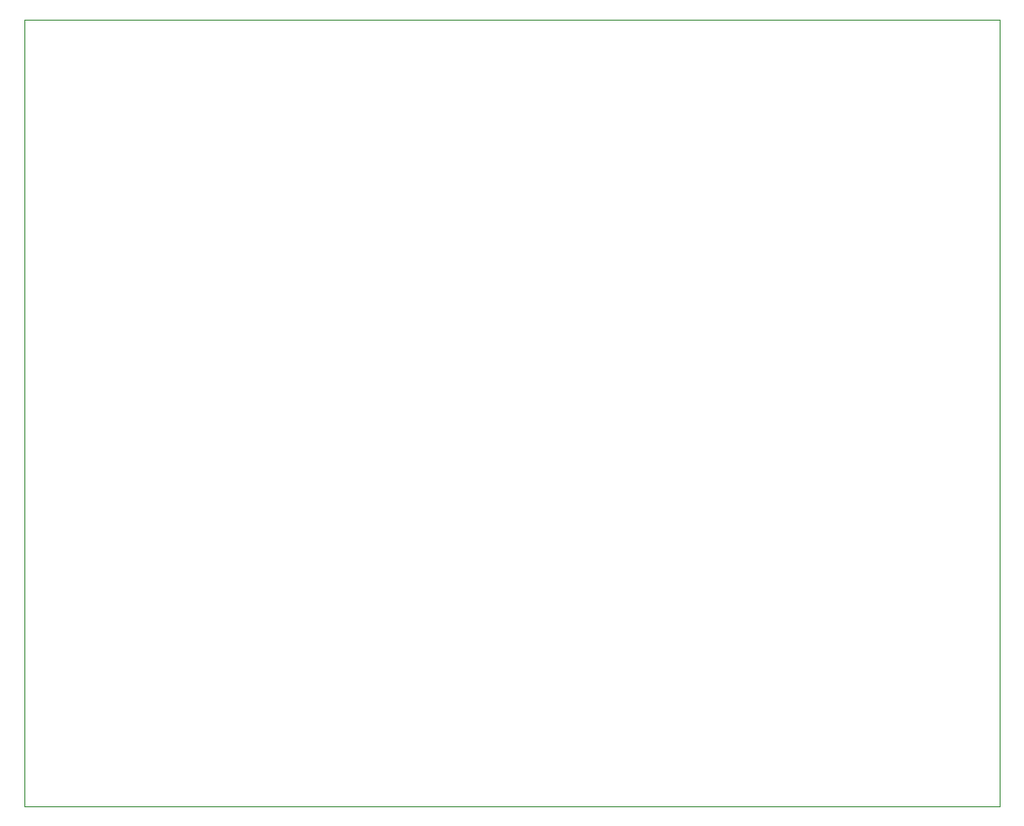
<source format=gbr>
%TF.GenerationSoftware,KiCad,Pcbnew,(6.0.4)*%
%TF.CreationDate,2022-09-20T14:12:37+09:00*%
%TF.ProjectId,mainboard_p_rev2,6d61696e-626f-4617-9264-5f705f726576,rev?*%
%TF.SameCoordinates,Original*%
%TF.FileFunction,Profile,NP*%
%FSLAX46Y46*%
G04 Gerber Fmt 4.6, Leading zero omitted, Abs format (unit mm)*
G04 Created by KiCad (PCBNEW (6.0.4)) date 2022-09-20 14:12:37*
%MOMM*%
%LPD*%
G01*
G04 APERTURE LIST*
%TA.AperFunction,Profile*%
%ADD10C,0.050000*%
%TD*%
G04 APERTURE END LIST*
D10*
X123000000Y-60000000D02*
X211000000Y-60000000D01*
X211000000Y-60000000D02*
X211000000Y-131000000D01*
X211000000Y-131000000D02*
X123000000Y-131000000D01*
X123000000Y-131000000D02*
X123000000Y-60000000D01*
M02*

</source>
